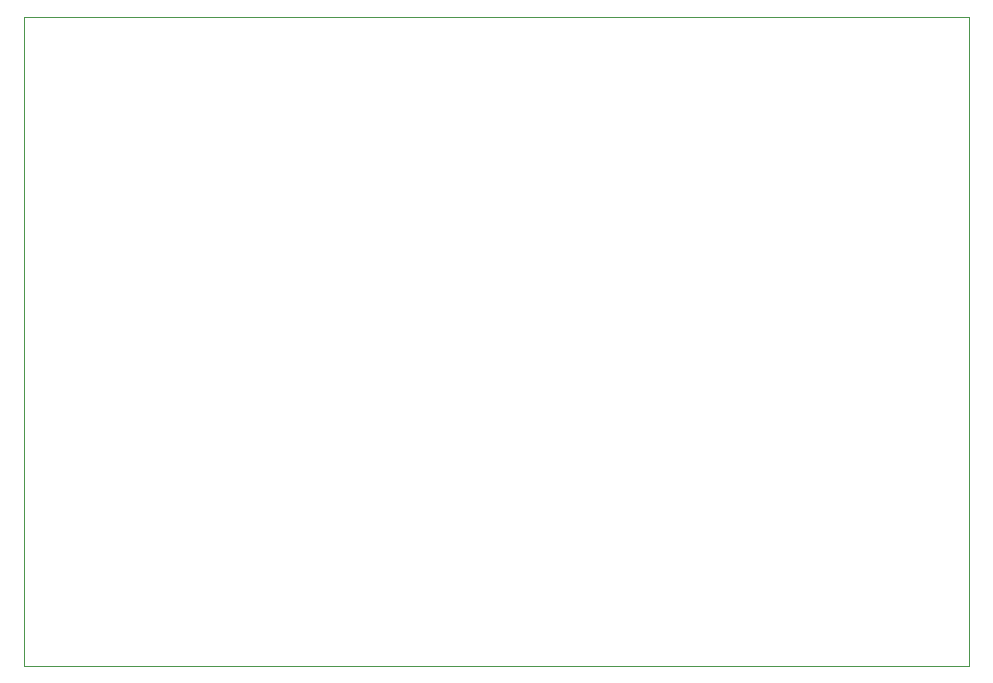
<source format=gm1>
%TF.GenerationSoftware,KiCad,Pcbnew,5.1.6-c6e7f7d~87~ubuntu18.04.1*%
%TF.CreationDate,2020-11-08T20:46:57+01:00*%
%TF.ProjectId,bleskomat-board,626c6573-6b6f-46d6-9174-2d626f617264,rev?*%
%TF.SameCoordinates,Original*%
%TF.FileFunction,Profile,NP*%
%FSLAX46Y46*%
G04 Gerber Fmt 4.6, Leading zero omitted, Abs format (unit mm)*
G04 Created by KiCad (PCBNEW 5.1.6-c6e7f7d~87~ubuntu18.04.1) date 2020-11-08 20:46:57*
%MOMM*%
%LPD*%
G01*
G04 APERTURE LIST*
%TA.AperFunction,Profile*%
%ADD10C,0.050000*%
%TD*%
%TA.AperFunction,Profile*%
%ADD11C,0.025400*%
%TD*%
G04 APERTURE END LIST*
D10*
X100000000Y-60000000D02*
X100000000Y-115000000D01*
D11*
X100000000Y-60000000D02*
X180000000Y-60000000D01*
D10*
X180000000Y-115000000D02*
X180000000Y-60000000D01*
X100000000Y-115000000D02*
X180000000Y-115000000D01*
M02*

</source>
